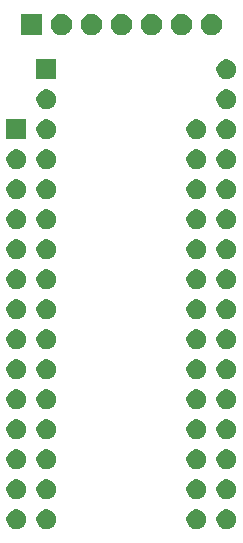
<source format=gbr>
G04 #@! TF.GenerationSoftware,KiCad,Pcbnew,(5.1.5)-3*
G04 #@! TF.CreationDate,2020-05-12T21:47:34-04:00*
G04 #@! TF.ProjectId,27xxx_to_27c080,32377878-785f-4746-9f5f-323763303830,rev?*
G04 #@! TF.SameCoordinates,Original*
G04 #@! TF.FileFunction,Soldermask,Top*
G04 #@! TF.FilePolarity,Negative*
%FSLAX46Y46*%
G04 Gerber Fmt 4.6, Leading zero omitted, Abs format (unit mm)*
G04 Created by KiCad (PCBNEW (5.1.5)-3) date 2020-05-12 21:47:34*
%MOMM*%
%LPD*%
G04 APERTURE LIST*
%ADD10C,0.100000*%
G04 APERTURE END LIST*
D10*
G36*
X139948228Y-123641703D02*
G01*
X140103100Y-123705853D01*
X140242481Y-123798985D01*
X140361015Y-123917519D01*
X140454147Y-124056900D01*
X140518297Y-124211772D01*
X140551000Y-124376184D01*
X140551000Y-124543816D01*
X140518297Y-124708228D01*
X140454147Y-124863100D01*
X140361015Y-125002481D01*
X140242481Y-125121015D01*
X140103100Y-125214147D01*
X139948228Y-125278297D01*
X139783816Y-125311000D01*
X139616184Y-125311000D01*
X139451772Y-125278297D01*
X139296900Y-125214147D01*
X139157519Y-125121015D01*
X139038985Y-125002481D01*
X138945853Y-124863100D01*
X138881703Y-124708228D01*
X138849000Y-124543816D01*
X138849000Y-124376184D01*
X138881703Y-124211772D01*
X138945853Y-124056900D01*
X139038985Y-123917519D01*
X139157519Y-123798985D01*
X139296900Y-123705853D01*
X139451772Y-123641703D01*
X139616184Y-123609000D01*
X139783816Y-123609000D01*
X139948228Y-123641703D01*
G37*
G36*
X152648228Y-123641703D02*
G01*
X152803100Y-123705853D01*
X152942481Y-123798985D01*
X153061015Y-123917519D01*
X153154147Y-124056900D01*
X153218297Y-124211772D01*
X153251000Y-124376184D01*
X153251000Y-124543816D01*
X153218297Y-124708228D01*
X153154147Y-124863100D01*
X153061015Y-125002481D01*
X152942481Y-125121015D01*
X152803100Y-125214147D01*
X152648228Y-125278297D01*
X152483816Y-125311000D01*
X152316184Y-125311000D01*
X152151772Y-125278297D01*
X151996900Y-125214147D01*
X151857519Y-125121015D01*
X151738985Y-125002481D01*
X151645853Y-124863100D01*
X151581703Y-124708228D01*
X151549000Y-124543816D01*
X151549000Y-124376184D01*
X151581703Y-124211772D01*
X151645853Y-124056900D01*
X151738985Y-123917519D01*
X151857519Y-123798985D01*
X151996900Y-123705853D01*
X152151772Y-123641703D01*
X152316184Y-123609000D01*
X152483816Y-123609000D01*
X152648228Y-123641703D01*
G37*
G36*
X137408228Y-123641703D02*
G01*
X137563100Y-123705853D01*
X137702481Y-123798985D01*
X137821015Y-123917519D01*
X137914147Y-124056900D01*
X137978297Y-124211772D01*
X138011000Y-124376184D01*
X138011000Y-124543816D01*
X137978297Y-124708228D01*
X137914147Y-124863100D01*
X137821015Y-125002481D01*
X137702481Y-125121015D01*
X137563100Y-125214147D01*
X137408228Y-125278297D01*
X137243816Y-125311000D01*
X137076184Y-125311000D01*
X136911772Y-125278297D01*
X136756900Y-125214147D01*
X136617519Y-125121015D01*
X136498985Y-125002481D01*
X136405853Y-124863100D01*
X136341703Y-124708228D01*
X136309000Y-124543816D01*
X136309000Y-124376184D01*
X136341703Y-124211772D01*
X136405853Y-124056900D01*
X136498985Y-123917519D01*
X136617519Y-123798985D01*
X136756900Y-123705853D01*
X136911772Y-123641703D01*
X137076184Y-123609000D01*
X137243816Y-123609000D01*
X137408228Y-123641703D01*
G37*
G36*
X155188228Y-123641703D02*
G01*
X155343100Y-123705853D01*
X155482481Y-123798985D01*
X155601015Y-123917519D01*
X155694147Y-124056900D01*
X155758297Y-124211772D01*
X155791000Y-124376184D01*
X155791000Y-124543816D01*
X155758297Y-124708228D01*
X155694147Y-124863100D01*
X155601015Y-125002481D01*
X155482481Y-125121015D01*
X155343100Y-125214147D01*
X155188228Y-125278297D01*
X155023816Y-125311000D01*
X154856184Y-125311000D01*
X154691772Y-125278297D01*
X154536900Y-125214147D01*
X154397519Y-125121015D01*
X154278985Y-125002481D01*
X154185853Y-124863100D01*
X154121703Y-124708228D01*
X154089000Y-124543816D01*
X154089000Y-124376184D01*
X154121703Y-124211772D01*
X154185853Y-124056900D01*
X154278985Y-123917519D01*
X154397519Y-123798985D01*
X154536900Y-123705853D01*
X154691772Y-123641703D01*
X154856184Y-123609000D01*
X155023816Y-123609000D01*
X155188228Y-123641703D01*
G37*
G36*
X137408228Y-121101703D02*
G01*
X137563100Y-121165853D01*
X137702481Y-121258985D01*
X137821015Y-121377519D01*
X137914147Y-121516900D01*
X137978297Y-121671772D01*
X138011000Y-121836184D01*
X138011000Y-122003816D01*
X137978297Y-122168228D01*
X137914147Y-122323100D01*
X137821015Y-122462481D01*
X137702481Y-122581015D01*
X137563100Y-122674147D01*
X137408228Y-122738297D01*
X137243816Y-122771000D01*
X137076184Y-122771000D01*
X136911772Y-122738297D01*
X136756900Y-122674147D01*
X136617519Y-122581015D01*
X136498985Y-122462481D01*
X136405853Y-122323100D01*
X136341703Y-122168228D01*
X136309000Y-122003816D01*
X136309000Y-121836184D01*
X136341703Y-121671772D01*
X136405853Y-121516900D01*
X136498985Y-121377519D01*
X136617519Y-121258985D01*
X136756900Y-121165853D01*
X136911772Y-121101703D01*
X137076184Y-121069000D01*
X137243816Y-121069000D01*
X137408228Y-121101703D01*
G37*
G36*
X139948228Y-121101703D02*
G01*
X140103100Y-121165853D01*
X140242481Y-121258985D01*
X140361015Y-121377519D01*
X140454147Y-121516900D01*
X140518297Y-121671772D01*
X140551000Y-121836184D01*
X140551000Y-122003816D01*
X140518297Y-122168228D01*
X140454147Y-122323100D01*
X140361015Y-122462481D01*
X140242481Y-122581015D01*
X140103100Y-122674147D01*
X139948228Y-122738297D01*
X139783816Y-122771000D01*
X139616184Y-122771000D01*
X139451772Y-122738297D01*
X139296900Y-122674147D01*
X139157519Y-122581015D01*
X139038985Y-122462481D01*
X138945853Y-122323100D01*
X138881703Y-122168228D01*
X138849000Y-122003816D01*
X138849000Y-121836184D01*
X138881703Y-121671772D01*
X138945853Y-121516900D01*
X139038985Y-121377519D01*
X139157519Y-121258985D01*
X139296900Y-121165853D01*
X139451772Y-121101703D01*
X139616184Y-121069000D01*
X139783816Y-121069000D01*
X139948228Y-121101703D01*
G37*
G36*
X155188228Y-121101703D02*
G01*
X155343100Y-121165853D01*
X155482481Y-121258985D01*
X155601015Y-121377519D01*
X155694147Y-121516900D01*
X155758297Y-121671772D01*
X155791000Y-121836184D01*
X155791000Y-122003816D01*
X155758297Y-122168228D01*
X155694147Y-122323100D01*
X155601015Y-122462481D01*
X155482481Y-122581015D01*
X155343100Y-122674147D01*
X155188228Y-122738297D01*
X155023816Y-122771000D01*
X154856184Y-122771000D01*
X154691772Y-122738297D01*
X154536900Y-122674147D01*
X154397519Y-122581015D01*
X154278985Y-122462481D01*
X154185853Y-122323100D01*
X154121703Y-122168228D01*
X154089000Y-122003816D01*
X154089000Y-121836184D01*
X154121703Y-121671772D01*
X154185853Y-121516900D01*
X154278985Y-121377519D01*
X154397519Y-121258985D01*
X154536900Y-121165853D01*
X154691772Y-121101703D01*
X154856184Y-121069000D01*
X155023816Y-121069000D01*
X155188228Y-121101703D01*
G37*
G36*
X152648228Y-121101703D02*
G01*
X152803100Y-121165853D01*
X152942481Y-121258985D01*
X153061015Y-121377519D01*
X153154147Y-121516900D01*
X153218297Y-121671772D01*
X153251000Y-121836184D01*
X153251000Y-122003816D01*
X153218297Y-122168228D01*
X153154147Y-122323100D01*
X153061015Y-122462481D01*
X152942481Y-122581015D01*
X152803100Y-122674147D01*
X152648228Y-122738297D01*
X152483816Y-122771000D01*
X152316184Y-122771000D01*
X152151772Y-122738297D01*
X151996900Y-122674147D01*
X151857519Y-122581015D01*
X151738985Y-122462481D01*
X151645853Y-122323100D01*
X151581703Y-122168228D01*
X151549000Y-122003816D01*
X151549000Y-121836184D01*
X151581703Y-121671772D01*
X151645853Y-121516900D01*
X151738985Y-121377519D01*
X151857519Y-121258985D01*
X151996900Y-121165853D01*
X152151772Y-121101703D01*
X152316184Y-121069000D01*
X152483816Y-121069000D01*
X152648228Y-121101703D01*
G37*
G36*
X155188228Y-118561703D02*
G01*
X155343100Y-118625853D01*
X155482481Y-118718985D01*
X155601015Y-118837519D01*
X155694147Y-118976900D01*
X155758297Y-119131772D01*
X155791000Y-119296184D01*
X155791000Y-119463816D01*
X155758297Y-119628228D01*
X155694147Y-119783100D01*
X155601015Y-119922481D01*
X155482481Y-120041015D01*
X155343100Y-120134147D01*
X155188228Y-120198297D01*
X155023816Y-120231000D01*
X154856184Y-120231000D01*
X154691772Y-120198297D01*
X154536900Y-120134147D01*
X154397519Y-120041015D01*
X154278985Y-119922481D01*
X154185853Y-119783100D01*
X154121703Y-119628228D01*
X154089000Y-119463816D01*
X154089000Y-119296184D01*
X154121703Y-119131772D01*
X154185853Y-118976900D01*
X154278985Y-118837519D01*
X154397519Y-118718985D01*
X154536900Y-118625853D01*
X154691772Y-118561703D01*
X154856184Y-118529000D01*
X155023816Y-118529000D01*
X155188228Y-118561703D01*
G37*
G36*
X137408228Y-118561703D02*
G01*
X137563100Y-118625853D01*
X137702481Y-118718985D01*
X137821015Y-118837519D01*
X137914147Y-118976900D01*
X137978297Y-119131772D01*
X138011000Y-119296184D01*
X138011000Y-119463816D01*
X137978297Y-119628228D01*
X137914147Y-119783100D01*
X137821015Y-119922481D01*
X137702481Y-120041015D01*
X137563100Y-120134147D01*
X137408228Y-120198297D01*
X137243816Y-120231000D01*
X137076184Y-120231000D01*
X136911772Y-120198297D01*
X136756900Y-120134147D01*
X136617519Y-120041015D01*
X136498985Y-119922481D01*
X136405853Y-119783100D01*
X136341703Y-119628228D01*
X136309000Y-119463816D01*
X136309000Y-119296184D01*
X136341703Y-119131772D01*
X136405853Y-118976900D01*
X136498985Y-118837519D01*
X136617519Y-118718985D01*
X136756900Y-118625853D01*
X136911772Y-118561703D01*
X137076184Y-118529000D01*
X137243816Y-118529000D01*
X137408228Y-118561703D01*
G37*
G36*
X139948228Y-118561703D02*
G01*
X140103100Y-118625853D01*
X140242481Y-118718985D01*
X140361015Y-118837519D01*
X140454147Y-118976900D01*
X140518297Y-119131772D01*
X140551000Y-119296184D01*
X140551000Y-119463816D01*
X140518297Y-119628228D01*
X140454147Y-119783100D01*
X140361015Y-119922481D01*
X140242481Y-120041015D01*
X140103100Y-120134147D01*
X139948228Y-120198297D01*
X139783816Y-120231000D01*
X139616184Y-120231000D01*
X139451772Y-120198297D01*
X139296900Y-120134147D01*
X139157519Y-120041015D01*
X139038985Y-119922481D01*
X138945853Y-119783100D01*
X138881703Y-119628228D01*
X138849000Y-119463816D01*
X138849000Y-119296184D01*
X138881703Y-119131772D01*
X138945853Y-118976900D01*
X139038985Y-118837519D01*
X139157519Y-118718985D01*
X139296900Y-118625853D01*
X139451772Y-118561703D01*
X139616184Y-118529000D01*
X139783816Y-118529000D01*
X139948228Y-118561703D01*
G37*
G36*
X152648228Y-118561703D02*
G01*
X152803100Y-118625853D01*
X152942481Y-118718985D01*
X153061015Y-118837519D01*
X153154147Y-118976900D01*
X153218297Y-119131772D01*
X153251000Y-119296184D01*
X153251000Y-119463816D01*
X153218297Y-119628228D01*
X153154147Y-119783100D01*
X153061015Y-119922481D01*
X152942481Y-120041015D01*
X152803100Y-120134147D01*
X152648228Y-120198297D01*
X152483816Y-120231000D01*
X152316184Y-120231000D01*
X152151772Y-120198297D01*
X151996900Y-120134147D01*
X151857519Y-120041015D01*
X151738985Y-119922481D01*
X151645853Y-119783100D01*
X151581703Y-119628228D01*
X151549000Y-119463816D01*
X151549000Y-119296184D01*
X151581703Y-119131772D01*
X151645853Y-118976900D01*
X151738985Y-118837519D01*
X151857519Y-118718985D01*
X151996900Y-118625853D01*
X152151772Y-118561703D01*
X152316184Y-118529000D01*
X152483816Y-118529000D01*
X152648228Y-118561703D01*
G37*
G36*
X137408228Y-116021703D02*
G01*
X137563100Y-116085853D01*
X137702481Y-116178985D01*
X137821015Y-116297519D01*
X137914147Y-116436900D01*
X137978297Y-116591772D01*
X138011000Y-116756184D01*
X138011000Y-116923816D01*
X137978297Y-117088228D01*
X137914147Y-117243100D01*
X137821015Y-117382481D01*
X137702481Y-117501015D01*
X137563100Y-117594147D01*
X137408228Y-117658297D01*
X137243816Y-117691000D01*
X137076184Y-117691000D01*
X136911772Y-117658297D01*
X136756900Y-117594147D01*
X136617519Y-117501015D01*
X136498985Y-117382481D01*
X136405853Y-117243100D01*
X136341703Y-117088228D01*
X136309000Y-116923816D01*
X136309000Y-116756184D01*
X136341703Y-116591772D01*
X136405853Y-116436900D01*
X136498985Y-116297519D01*
X136617519Y-116178985D01*
X136756900Y-116085853D01*
X136911772Y-116021703D01*
X137076184Y-115989000D01*
X137243816Y-115989000D01*
X137408228Y-116021703D01*
G37*
G36*
X155188228Y-116021703D02*
G01*
X155343100Y-116085853D01*
X155482481Y-116178985D01*
X155601015Y-116297519D01*
X155694147Y-116436900D01*
X155758297Y-116591772D01*
X155791000Y-116756184D01*
X155791000Y-116923816D01*
X155758297Y-117088228D01*
X155694147Y-117243100D01*
X155601015Y-117382481D01*
X155482481Y-117501015D01*
X155343100Y-117594147D01*
X155188228Y-117658297D01*
X155023816Y-117691000D01*
X154856184Y-117691000D01*
X154691772Y-117658297D01*
X154536900Y-117594147D01*
X154397519Y-117501015D01*
X154278985Y-117382481D01*
X154185853Y-117243100D01*
X154121703Y-117088228D01*
X154089000Y-116923816D01*
X154089000Y-116756184D01*
X154121703Y-116591772D01*
X154185853Y-116436900D01*
X154278985Y-116297519D01*
X154397519Y-116178985D01*
X154536900Y-116085853D01*
X154691772Y-116021703D01*
X154856184Y-115989000D01*
X155023816Y-115989000D01*
X155188228Y-116021703D01*
G37*
G36*
X139948228Y-116021703D02*
G01*
X140103100Y-116085853D01*
X140242481Y-116178985D01*
X140361015Y-116297519D01*
X140454147Y-116436900D01*
X140518297Y-116591772D01*
X140551000Y-116756184D01*
X140551000Y-116923816D01*
X140518297Y-117088228D01*
X140454147Y-117243100D01*
X140361015Y-117382481D01*
X140242481Y-117501015D01*
X140103100Y-117594147D01*
X139948228Y-117658297D01*
X139783816Y-117691000D01*
X139616184Y-117691000D01*
X139451772Y-117658297D01*
X139296900Y-117594147D01*
X139157519Y-117501015D01*
X139038985Y-117382481D01*
X138945853Y-117243100D01*
X138881703Y-117088228D01*
X138849000Y-116923816D01*
X138849000Y-116756184D01*
X138881703Y-116591772D01*
X138945853Y-116436900D01*
X139038985Y-116297519D01*
X139157519Y-116178985D01*
X139296900Y-116085853D01*
X139451772Y-116021703D01*
X139616184Y-115989000D01*
X139783816Y-115989000D01*
X139948228Y-116021703D01*
G37*
G36*
X152648228Y-116021703D02*
G01*
X152803100Y-116085853D01*
X152942481Y-116178985D01*
X153061015Y-116297519D01*
X153154147Y-116436900D01*
X153218297Y-116591772D01*
X153251000Y-116756184D01*
X153251000Y-116923816D01*
X153218297Y-117088228D01*
X153154147Y-117243100D01*
X153061015Y-117382481D01*
X152942481Y-117501015D01*
X152803100Y-117594147D01*
X152648228Y-117658297D01*
X152483816Y-117691000D01*
X152316184Y-117691000D01*
X152151772Y-117658297D01*
X151996900Y-117594147D01*
X151857519Y-117501015D01*
X151738985Y-117382481D01*
X151645853Y-117243100D01*
X151581703Y-117088228D01*
X151549000Y-116923816D01*
X151549000Y-116756184D01*
X151581703Y-116591772D01*
X151645853Y-116436900D01*
X151738985Y-116297519D01*
X151857519Y-116178985D01*
X151996900Y-116085853D01*
X152151772Y-116021703D01*
X152316184Y-115989000D01*
X152483816Y-115989000D01*
X152648228Y-116021703D01*
G37*
G36*
X139948228Y-113481703D02*
G01*
X140103100Y-113545853D01*
X140242481Y-113638985D01*
X140361015Y-113757519D01*
X140454147Y-113896900D01*
X140518297Y-114051772D01*
X140551000Y-114216184D01*
X140551000Y-114383816D01*
X140518297Y-114548228D01*
X140454147Y-114703100D01*
X140361015Y-114842481D01*
X140242481Y-114961015D01*
X140103100Y-115054147D01*
X139948228Y-115118297D01*
X139783816Y-115151000D01*
X139616184Y-115151000D01*
X139451772Y-115118297D01*
X139296900Y-115054147D01*
X139157519Y-114961015D01*
X139038985Y-114842481D01*
X138945853Y-114703100D01*
X138881703Y-114548228D01*
X138849000Y-114383816D01*
X138849000Y-114216184D01*
X138881703Y-114051772D01*
X138945853Y-113896900D01*
X139038985Y-113757519D01*
X139157519Y-113638985D01*
X139296900Y-113545853D01*
X139451772Y-113481703D01*
X139616184Y-113449000D01*
X139783816Y-113449000D01*
X139948228Y-113481703D01*
G37*
G36*
X137408228Y-113481703D02*
G01*
X137563100Y-113545853D01*
X137702481Y-113638985D01*
X137821015Y-113757519D01*
X137914147Y-113896900D01*
X137978297Y-114051772D01*
X138011000Y-114216184D01*
X138011000Y-114383816D01*
X137978297Y-114548228D01*
X137914147Y-114703100D01*
X137821015Y-114842481D01*
X137702481Y-114961015D01*
X137563100Y-115054147D01*
X137408228Y-115118297D01*
X137243816Y-115151000D01*
X137076184Y-115151000D01*
X136911772Y-115118297D01*
X136756900Y-115054147D01*
X136617519Y-114961015D01*
X136498985Y-114842481D01*
X136405853Y-114703100D01*
X136341703Y-114548228D01*
X136309000Y-114383816D01*
X136309000Y-114216184D01*
X136341703Y-114051772D01*
X136405853Y-113896900D01*
X136498985Y-113757519D01*
X136617519Y-113638985D01*
X136756900Y-113545853D01*
X136911772Y-113481703D01*
X137076184Y-113449000D01*
X137243816Y-113449000D01*
X137408228Y-113481703D01*
G37*
G36*
X155188228Y-113481703D02*
G01*
X155343100Y-113545853D01*
X155482481Y-113638985D01*
X155601015Y-113757519D01*
X155694147Y-113896900D01*
X155758297Y-114051772D01*
X155791000Y-114216184D01*
X155791000Y-114383816D01*
X155758297Y-114548228D01*
X155694147Y-114703100D01*
X155601015Y-114842481D01*
X155482481Y-114961015D01*
X155343100Y-115054147D01*
X155188228Y-115118297D01*
X155023816Y-115151000D01*
X154856184Y-115151000D01*
X154691772Y-115118297D01*
X154536900Y-115054147D01*
X154397519Y-114961015D01*
X154278985Y-114842481D01*
X154185853Y-114703100D01*
X154121703Y-114548228D01*
X154089000Y-114383816D01*
X154089000Y-114216184D01*
X154121703Y-114051772D01*
X154185853Y-113896900D01*
X154278985Y-113757519D01*
X154397519Y-113638985D01*
X154536900Y-113545853D01*
X154691772Y-113481703D01*
X154856184Y-113449000D01*
X155023816Y-113449000D01*
X155188228Y-113481703D01*
G37*
G36*
X152648228Y-113481703D02*
G01*
X152803100Y-113545853D01*
X152942481Y-113638985D01*
X153061015Y-113757519D01*
X153154147Y-113896900D01*
X153218297Y-114051772D01*
X153251000Y-114216184D01*
X153251000Y-114383816D01*
X153218297Y-114548228D01*
X153154147Y-114703100D01*
X153061015Y-114842481D01*
X152942481Y-114961015D01*
X152803100Y-115054147D01*
X152648228Y-115118297D01*
X152483816Y-115151000D01*
X152316184Y-115151000D01*
X152151772Y-115118297D01*
X151996900Y-115054147D01*
X151857519Y-114961015D01*
X151738985Y-114842481D01*
X151645853Y-114703100D01*
X151581703Y-114548228D01*
X151549000Y-114383816D01*
X151549000Y-114216184D01*
X151581703Y-114051772D01*
X151645853Y-113896900D01*
X151738985Y-113757519D01*
X151857519Y-113638985D01*
X151996900Y-113545853D01*
X152151772Y-113481703D01*
X152316184Y-113449000D01*
X152483816Y-113449000D01*
X152648228Y-113481703D01*
G37*
G36*
X152648228Y-110941703D02*
G01*
X152803100Y-111005853D01*
X152942481Y-111098985D01*
X153061015Y-111217519D01*
X153154147Y-111356900D01*
X153218297Y-111511772D01*
X153251000Y-111676184D01*
X153251000Y-111843816D01*
X153218297Y-112008228D01*
X153154147Y-112163100D01*
X153061015Y-112302481D01*
X152942481Y-112421015D01*
X152803100Y-112514147D01*
X152648228Y-112578297D01*
X152483816Y-112611000D01*
X152316184Y-112611000D01*
X152151772Y-112578297D01*
X151996900Y-112514147D01*
X151857519Y-112421015D01*
X151738985Y-112302481D01*
X151645853Y-112163100D01*
X151581703Y-112008228D01*
X151549000Y-111843816D01*
X151549000Y-111676184D01*
X151581703Y-111511772D01*
X151645853Y-111356900D01*
X151738985Y-111217519D01*
X151857519Y-111098985D01*
X151996900Y-111005853D01*
X152151772Y-110941703D01*
X152316184Y-110909000D01*
X152483816Y-110909000D01*
X152648228Y-110941703D01*
G37*
G36*
X139948228Y-110941703D02*
G01*
X140103100Y-111005853D01*
X140242481Y-111098985D01*
X140361015Y-111217519D01*
X140454147Y-111356900D01*
X140518297Y-111511772D01*
X140551000Y-111676184D01*
X140551000Y-111843816D01*
X140518297Y-112008228D01*
X140454147Y-112163100D01*
X140361015Y-112302481D01*
X140242481Y-112421015D01*
X140103100Y-112514147D01*
X139948228Y-112578297D01*
X139783816Y-112611000D01*
X139616184Y-112611000D01*
X139451772Y-112578297D01*
X139296900Y-112514147D01*
X139157519Y-112421015D01*
X139038985Y-112302481D01*
X138945853Y-112163100D01*
X138881703Y-112008228D01*
X138849000Y-111843816D01*
X138849000Y-111676184D01*
X138881703Y-111511772D01*
X138945853Y-111356900D01*
X139038985Y-111217519D01*
X139157519Y-111098985D01*
X139296900Y-111005853D01*
X139451772Y-110941703D01*
X139616184Y-110909000D01*
X139783816Y-110909000D01*
X139948228Y-110941703D01*
G37*
G36*
X137408228Y-110941703D02*
G01*
X137563100Y-111005853D01*
X137702481Y-111098985D01*
X137821015Y-111217519D01*
X137914147Y-111356900D01*
X137978297Y-111511772D01*
X138011000Y-111676184D01*
X138011000Y-111843816D01*
X137978297Y-112008228D01*
X137914147Y-112163100D01*
X137821015Y-112302481D01*
X137702481Y-112421015D01*
X137563100Y-112514147D01*
X137408228Y-112578297D01*
X137243816Y-112611000D01*
X137076184Y-112611000D01*
X136911772Y-112578297D01*
X136756900Y-112514147D01*
X136617519Y-112421015D01*
X136498985Y-112302481D01*
X136405853Y-112163100D01*
X136341703Y-112008228D01*
X136309000Y-111843816D01*
X136309000Y-111676184D01*
X136341703Y-111511772D01*
X136405853Y-111356900D01*
X136498985Y-111217519D01*
X136617519Y-111098985D01*
X136756900Y-111005853D01*
X136911772Y-110941703D01*
X137076184Y-110909000D01*
X137243816Y-110909000D01*
X137408228Y-110941703D01*
G37*
G36*
X155188228Y-110941703D02*
G01*
X155343100Y-111005853D01*
X155482481Y-111098985D01*
X155601015Y-111217519D01*
X155694147Y-111356900D01*
X155758297Y-111511772D01*
X155791000Y-111676184D01*
X155791000Y-111843816D01*
X155758297Y-112008228D01*
X155694147Y-112163100D01*
X155601015Y-112302481D01*
X155482481Y-112421015D01*
X155343100Y-112514147D01*
X155188228Y-112578297D01*
X155023816Y-112611000D01*
X154856184Y-112611000D01*
X154691772Y-112578297D01*
X154536900Y-112514147D01*
X154397519Y-112421015D01*
X154278985Y-112302481D01*
X154185853Y-112163100D01*
X154121703Y-112008228D01*
X154089000Y-111843816D01*
X154089000Y-111676184D01*
X154121703Y-111511772D01*
X154185853Y-111356900D01*
X154278985Y-111217519D01*
X154397519Y-111098985D01*
X154536900Y-111005853D01*
X154691772Y-110941703D01*
X154856184Y-110909000D01*
X155023816Y-110909000D01*
X155188228Y-110941703D01*
G37*
G36*
X137408228Y-108401703D02*
G01*
X137563100Y-108465853D01*
X137702481Y-108558985D01*
X137821015Y-108677519D01*
X137914147Y-108816900D01*
X137978297Y-108971772D01*
X138011000Y-109136184D01*
X138011000Y-109303816D01*
X137978297Y-109468228D01*
X137914147Y-109623100D01*
X137821015Y-109762481D01*
X137702481Y-109881015D01*
X137563100Y-109974147D01*
X137408228Y-110038297D01*
X137243816Y-110071000D01*
X137076184Y-110071000D01*
X136911772Y-110038297D01*
X136756900Y-109974147D01*
X136617519Y-109881015D01*
X136498985Y-109762481D01*
X136405853Y-109623100D01*
X136341703Y-109468228D01*
X136309000Y-109303816D01*
X136309000Y-109136184D01*
X136341703Y-108971772D01*
X136405853Y-108816900D01*
X136498985Y-108677519D01*
X136617519Y-108558985D01*
X136756900Y-108465853D01*
X136911772Y-108401703D01*
X137076184Y-108369000D01*
X137243816Y-108369000D01*
X137408228Y-108401703D01*
G37*
G36*
X155188228Y-108401703D02*
G01*
X155343100Y-108465853D01*
X155482481Y-108558985D01*
X155601015Y-108677519D01*
X155694147Y-108816900D01*
X155758297Y-108971772D01*
X155791000Y-109136184D01*
X155791000Y-109303816D01*
X155758297Y-109468228D01*
X155694147Y-109623100D01*
X155601015Y-109762481D01*
X155482481Y-109881015D01*
X155343100Y-109974147D01*
X155188228Y-110038297D01*
X155023816Y-110071000D01*
X154856184Y-110071000D01*
X154691772Y-110038297D01*
X154536900Y-109974147D01*
X154397519Y-109881015D01*
X154278985Y-109762481D01*
X154185853Y-109623100D01*
X154121703Y-109468228D01*
X154089000Y-109303816D01*
X154089000Y-109136184D01*
X154121703Y-108971772D01*
X154185853Y-108816900D01*
X154278985Y-108677519D01*
X154397519Y-108558985D01*
X154536900Y-108465853D01*
X154691772Y-108401703D01*
X154856184Y-108369000D01*
X155023816Y-108369000D01*
X155188228Y-108401703D01*
G37*
G36*
X152648228Y-108401703D02*
G01*
X152803100Y-108465853D01*
X152942481Y-108558985D01*
X153061015Y-108677519D01*
X153154147Y-108816900D01*
X153218297Y-108971772D01*
X153251000Y-109136184D01*
X153251000Y-109303816D01*
X153218297Y-109468228D01*
X153154147Y-109623100D01*
X153061015Y-109762481D01*
X152942481Y-109881015D01*
X152803100Y-109974147D01*
X152648228Y-110038297D01*
X152483816Y-110071000D01*
X152316184Y-110071000D01*
X152151772Y-110038297D01*
X151996900Y-109974147D01*
X151857519Y-109881015D01*
X151738985Y-109762481D01*
X151645853Y-109623100D01*
X151581703Y-109468228D01*
X151549000Y-109303816D01*
X151549000Y-109136184D01*
X151581703Y-108971772D01*
X151645853Y-108816900D01*
X151738985Y-108677519D01*
X151857519Y-108558985D01*
X151996900Y-108465853D01*
X152151772Y-108401703D01*
X152316184Y-108369000D01*
X152483816Y-108369000D01*
X152648228Y-108401703D01*
G37*
G36*
X139948228Y-108401703D02*
G01*
X140103100Y-108465853D01*
X140242481Y-108558985D01*
X140361015Y-108677519D01*
X140454147Y-108816900D01*
X140518297Y-108971772D01*
X140551000Y-109136184D01*
X140551000Y-109303816D01*
X140518297Y-109468228D01*
X140454147Y-109623100D01*
X140361015Y-109762481D01*
X140242481Y-109881015D01*
X140103100Y-109974147D01*
X139948228Y-110038297D01*
X139783816Y-110071000D01*
X139616184Y-110071000D01*
X139451772Y-110038297D01*
X139296900Y-109974147D01*
X139157519Y-109881015D01*
X139038985Y-109762481D01*
X138945853Y-109623100D01*
X138881703Y-109468228D01*
X138849000Y-109303816D01*
X138849000Y-109136184D01*
X138881703Y-108971772D01*
X138945853Y-108816900D01*
X139038985Y-108677519D01*
X139157519Y-108558985D01*
X139296900Y-108465853D01*
X139451772Y-108401703D01*
X139616184Y-108369000D01*
X139783816Y-108369000D01*
X139948228Y-108401703D01*
G37*
G36*
X139948228Y-105861703D02*
G01*
X140103100Y-105925853D01*
X140242481Y-106018985D01*
X140361015Y-106137519D01*
X140454147Y-106276900D01*
X140518297Y-106431772D01*
X140551000Y-106596184D01*
X140551000Y-106763816D01*
X140518297Y-106928228D01*
X140454147Y-107083100D01*
X140361015Y-107222481D01*
X140242481Y-107341015D01*
X140103100Y-107434147D01*
X139948228Y-107498297D01*
X139783816Y-107531000D01*
X139616184Y-107531000D01*
X139451772Y-107498297D01*
X139296900Y-107434147D01*
X139157519Y-107341015D01*
X139038985Y-107222481D01*
X138945853Y-107083100D01*
X138881703Y-106928228D01*
X138849000Y-106763816D01*
X138849000Y-106596184D01*
X138881703Y-106431772D01*
X138945853Y-106276900D01*
X139038985Y-106137519D01*
X139157519Y-106018985D01*
X139296900Y-105925853D01*
X139451772Y-105861703D01*
X139616184Y-105829000D01*
X139783816Y-105829000D01*
X139948228Y-105861703D01*
G37*
G36*
X155188228Y-105861703D02*
G01*
X155343100Y-105925853D01*
X155482481Y-106018985D01*
X155601015Y-106137519D01*
X155694147Y-106276900D01*
X155758297Y-106431772D01*
X155791000Y-106596184D01*
X155791000Y-106763816D01*
X155758297Y-106928228D01*
X155694147Y-107083100D01*
X155601015Y-107222481D01*
X155482481Y-107341015D01*
X155343100Y-107434147D01*
X155188228Y-107498297D01*
X155023816Y-107531000D01*
X154856184Y-107531000D01*
X154691772Y-107498297D01*
X154536900Y-107434147D01*
X154397519Y-107341015D01*
X154278985Y-107222481D01*
X154185853Y-107083100D01*
X154121703Y-106928228D01*
X154089000Y-106763816D01*
X154089000Y-106596184D01*
X154121703Y-106431772D01*
X154185853Y-106276900D01*
X154278985Y-106137519D01*
X154397519Y-106018985D01*
X154536900Y-105925853D01*
X154691772Y-105861703D01*
X154856184Y-105829000D01*
X155023816Y-105829000D01*
X155188228Y-105861703D01*
G37*
G36*
X152648228Y-105861703D02*
G01*
X152803100Y-105925853D01*
X152942481Y-106018985D01*
X153061015Y-106137519D01*
X153154147Y-106276900D01*
X153218297Y-106431772D01*
X153251000Y-106596184D01*
X153251000Y-106763816D01*
X153218297Y-106928228D01*
X153154147Y-107083100D01*
X153061015Y-107222481D01*
X152942481Y-107341015D01*
X152803100Y-107434147D01*
X152648228Y-107498297D01*
X152483816Y-107531000D01*
X152316184Y-107531000D01*
X152151772Y-107498297D01*
X151996900Y-107434147D01*
X151857519Y-107341015D01*
X151738985Y-107222481D01*
X151645853Y-107083100D01*
X151581703Y-106928228D01*
X151549000Y-106763816D01*
X151549000Y-106596184D01*
X151581703Y-106431772D01*
X151645853Y-106276900D01*
X151738985Y-106137519D01*
X151857519Y-106018985D01*
X151996900Y-105925853D01*
X152151772Y-105861703D01*
X152316184Y-105829000D01*
X152483816Y-105829000D01*
X152648228Y-105861703D01*
G37*
G36*
X137408228Y-105861703D02*
G01*
X137563100Y-105925853D01*
X137702481Y-106018985D01*
X137821015Y-106137519D01*
X137914147Y-106276900D01*
X137978297Y-106431772D01*
X138011000Y-106596184D01*
X138011000Y-106763816D01*
X137978297Y-106928228D01*
X137914147Y-107083100D01*
X137821015Y-107222481D01*
X137702481Y-107341015D01*
X137563100Y-107434147D01*
X137408228Y-107498297D01*
X137243816Y-107531000D01*
X137076184Y-107531000D01*
X136911772Y-107498297D01*
X136756900Y-107434147D01*
X136617519Y-107341015D01*
X136498985Y-107222481D01*
X136405853Y-107083100D01*
X136341703Y-106928228D01*
X136309000Y-106763816D01*
X136309000Y-106596184D01*
X136341703Y-106431772D01*
X136405853Y-106276900D01*
X136498985Y-106137519D01*
X136617519Y-106018985D01*
X136756900Y-105925853D01*
X136911772Y-105861703D01*
X137076184Y-105829000D01*
X137243816Y-105829000D01*
X137408228Y-105861703D01*
G37*
G36*
X137408228Y-103321703D02*
G01*
X137563100Y-103385853D01*
X137702481Y-103478985D01*
X137821015Y-103597519D01*
X137914147Y-103736900D01*
X137978297Y-103891772D01*
X138011000Y-104056184D01*
X138011000Y-104223816D01*
X137978297Y-104388228D01*
X137914147Y-104543100D01*
X137821015Y-104682481D01*
X137702481Y-104801015D01*
X137563100Y-104894147D01*
X137408228Y-104958297D01*
X137243816Y-104991000D01*
X137076184Y-104991000D01*
X136911772Y-104958297D01*
X136756900Y-104894147D01*
X136617519Y-104801015D01*
X136498985Y-104682481D01*
X136405853Y-104543100D01*
X136341703Y-104388228D01*
X136309000Y-104223816D01*
X136309000Y-104056184D01*
X136341703Y-103891772D01*
X136405853Y-103736900D01*
X136498985Y-103597519D01*
X136617519Y-103478985D01*
X136756900Y-103385853D01*
X136911772Y-103321703D01*
X137076184Y-103289000D01*
X137243816Y-103289000D01*
X137408228Y-103321703D01*
G37*
G36*
X152648228Y-103321703D02*
G01*
X152803100Y-103385853D01*
X152942481Y-103478985D01*
X153061015Y-103597519D01*
X153154147Y-103736900D01*
X153218297Y-103891772D01*
X153251000Y-104056184D01*
X153251000Y-104223816D01*
X153218297Y-104388228D01*
X153154147Y-104543100D01*
X153061015Y-104682481D01*
X152942481Y-104801015D01*
X152803100Y-104894147D01*
X152648228Y-104958297D01*
X152483816Y-104991000D01*
X152316184Y-104991000D01*
X152151772Y-104958297D01*
X151996900Y-104894147D01*
X151857519Y-104801015D01*
X151738985Y-104682481D01*
X151645853Y-104543100D01*
X151581703Y-104388228D01*
X151549000Y-104223816D01*
X151549000Y-104056184D01*
X151581703Y-103891772D01*
X151645853Y-103736900D01*
X151738985Y-103597519D01*
X151857519Y-103478985D01*
X151996900Y-103385853D01*
X152151772Y-103321703D01*
X152316184Y-103289000D01*
X152483816Y-103289000D01*
X152648228Y-103321703D01*
G37*
G36*
X155188228Y-103321703D02*
G01*
X155343100Y-103385853D01*
X155482481Y-103478985D01*
X155601015Y-103597519D01*
X155694147Y-103736900D01*
X155758297Y-103891772D01*
X155791000Y-104056184D01*
X155791000Y-104223816D01*
X155758297Y-104388228D01*
X155694147Y-104543100D01*
X155601015Y-104682481D01*
X155482481Y-104801015D01*
X155343100Y-104894147D01*
X155188228Y-104958297D01*
X155023816Y-104991000D01*
X154856184Y-104991000D01*
X154691772Y-104958297D01*
X154536900Y-104894147D01*
X154397519Y-104801015D01*
X154278985Y-104682481D01*
X154185853Y-104543100D01*
X154121703Y-104388228D01*
X154089000Y-104223816D01*
X154089000Y-104056184D01*
X154121703Y-103891772D01*
X154185853Y-103736900D01*
X154278985Y-103597519D01*
X154397519Y-103478985D01*
X154536900Y-103385853D01*
X154691772Y-103321703D01*
X154856184Y-103289000D01*
X155023816Y-103289000D01*
X155188228Y-103321703D01*
G37*
G36*
X139948228Y-103321703D02*
G01*
X140103100Y-103385853D01*
X140242481Y-103478985D01*
X140361015Y-103597519D01*
X140454147Y-103736900D01*
X140518297Y-103891772D01*
X140551000Y-104056184D01*
X140551000Y-104223816D01*
X140518297Y-104388228D01*
X140454147Y-104543100D01*
X140361015Y-104682481D01*
X140242481Y-104801015D01*
X140103100Y-104894147D01*
X139948228Y-104958297D01*
X139783816Y-104991000D01*
X139616184Y-104991000D01*
X139451772Y-104958297D01*
X139296900Y-104894147D01*
X139157519Y-104801015D01*
X139038985Y-104682481D01*
X138945853Y-104543100D01*
X138881703Y-104388228D01*
X138849000Y-104223816D01*
X138849000Y-104056184D01*
X138881703Y-103891772D01*
X138945853Y-103736900D01*
X139038985Y-103597519D01*
X139157519Y-103478985D01*
X139296900Y-103385853D01*
X139451772Y-103321703D01*
X139616184Y-103289000D01*
X139783816Y-103289000D01*
X139948228Y-103321703D01*
G37*
G36*
X137408228Y-100781703D02*
G01*
X137563100Y-100845853D01*
X137702481Y-100938985D01*
X137821015Y-101057519D01*
X137914147Y-101196900D01*
X137978297Y-101351772D01*
X138011000Y-101516184D01*
X138011000Y-101683816D01*
X137978297Y-101848228D01*
X137914147Y-102003100D01*
X137821015Y-102142481D01*
X137702481Y-102261015D01*
X137563100Y-102354147D01*
X137408228Y-102418297D01*
X137243816Y-102451000D01*
X137076184Y-102451000D01*
X136911772Y-102418297D01*
X136756900Y-102354147D01*
X136617519Y-102261015D01*
X136498985Y-102142481D01*
X136405853Y-102003100D01*
X136341703Y-101848228D01*
X136309000Y-101683816D01*
X136309000Y-101516184D01*
X136341703Y-101351772D01*
X136405853Y-101196900D01*
X136498985Y-101057519D01*
X136617519Y-100938985D01*
X136756900Y-100845853D01*
X136911772Y-100781703D01*
X137076184Y-100749000D01*
X137243816Y-100749000D01*
X137408228Y-100781703D01*
G37*
G36*
X155188228Y-100781703D02*
G01*
X155343100Y-100845853D01*
X155482481Y-100938985D01*
X155601015Y-101057519D01*
X155694147Y-101196900D01*
X155758297Y-101351772D01*
X155791000Y-101516184D01*
X155791000Y-101683816D01*
X155758297Y-101848228D01*
X155694147Y-102003100D01*
X155601015Y-102142481D01*
X155482481Y-102261015D01*
X155343100Y-102354147D01*
X155188228Y-102418297D01*
X155023816Y-102451000D01*
X154856184Y-102451000D01*
X154691772Y-102418297D01*
X154536900Y-102354147D01*
X154397519Y-102261015D01*
X154278985Y-102142481D01*
X154185853Y-102003100D01*
X154121703Y-101848228D01*
X154089000Y-101683816D01*
X154089000Y-101516184D01*
X154121703Y-101351772D01*
X154185853Y-101196900D01*
X154278985Y-101057519D01*
X154397519Y-100938985D01*
X154536900Y-100845853D01*
X154691772Y-100781703D01*
X154856184Y-100749000D01*
X155023816Y-100749000D01*
X155188228Y-100781703D01*
G37*
G36*
X152648228Y-100781703D02*
G01*
X152803100Y-100845853D01*
X152942481Y-100938985D01*
X153061015Y-101057519D01*
X153154147Y-101196900D01*
X153218297Y-101351772D01*
X153251000Y-101516184D01*
X153251000Y-101683816D01*
X153218297Y-101848228D01*
X153154147Y-102003100D01*
X153061015Y-102142481D01*
X152942481Y-102261015D01*
X152803100Y-102354147D01*
X152648228Y-102418297D01*
X152483816Y-102451000D01*
X152316184Y-102451000D01*
X152151772Y-102418297D01*
X151996900Y-102354147D01*
X151857519Y-102261015D01*
X151738985Y-102142481D01*
X151645853Y-102003100D01*
X151581703Y-101848228D01*
X151549000Y-101683816D01*
X151549000Y-101516184D01*
X151581703Y-101351772D01*
X151645853Y-101196900D01*
X151738985Y-101057519D01*
X151857519Y-100938985D01*
X151996900Y-100845853D01*
X152151772Y-100781703D01*
X152316184Y-100749000D01*
X152483816Y-100749000D01*
X152648228Y-100781703D01*
G37*
G36*
X139948228Y-100781703D02*
G01*
X140103100Y-100845853D01*
X140242481Y-100938985D01*
X140361015Y-101057519D01*
X140454147Y-101196900D01*
X140518297Y-101351772D01*
X140551000Y-101516184D01*
X140551000Y-101683816D01*
X140518297Y-101848228D01*
X140454147Y-102003100D01*
X140361015Y-102142481D01*
X140242481Y-102261015D01*
X140103100Y-102354147D01*
X139948228Y-102418297D01*
X139783816Y-102451000D01*
X139616184Y-102451000D01*
X139451772Y-102418297D01*
X139296900Y-102354147D01*
X139157519Y-102261015D01*
X139038985Y-102142481D01*
X138945853Y-102003100D01*
X138881703Y-101848228D01*
X138849000Y-101683816D01*
X138849000Y-101516184D01*
X138881703Y-101351772D01*
X138945853Y-101196900D01*
X139038985Y-101057519D01*
X139157519Y-100938985D01*
X139296900Y-100845853D01*
X139451772Y-100781703D01*
X139616184Y-100749000D01*
X139783816Y-100749000D01*
X139948228Y-100781703D01*
G37*
G36*
X152648228Y-98241703D02*
G01*
X152803100Y-98305853D01*
X152942481Y-98398985D01*
X153061015Y-98517519D01*
X153154147Y-98656900D01*
X153218297Y-98811772D01*
X153251000Y-98976184D01*
X153251000Y-99143816D01*
X153218297Y-99308228D01*
X153154147Y-99463100D01*
X153061015Y-99602481D01*
X152942481Y-99721015D01*
X152803100Y-99814147D01*
X152648228Y-99878297D01*
X152483816Y-99911000D01*
X152316184Y-99911000D01*
X152151772Y-99878297D01*
X151996900Y-99814147D01*
X151857519Y-99721015D01*
X151738985Y-99602481D01*
X151645853Y-99463100D01*
X151581703Y-99308228D01*
X151549000Y-99143816D01*
X151549000Y-98976184D01*
X151581703Y-98811772D01*
X151645853Y-98656900D01*
X151738985Y-98517519D01*
X151857519Y-98398985D01*
X151996900Y-98305853D01*
X152151772Y-98241703D01*
X152316184Y-98209000D01*
X152483816Y-98209000D01*
X152648228Y-98241703D01*
G37*
G36*
X139948228Y-98241703D02*
G01*
X140103100Y-98305853D01*
X140242481Y-98398985D01*
X140361015Y-98517519D01*
X140454147Y-98656900D01*
X140518297Y-98811772D01*
X140551000Y-98976184D01*
X140551000Y-99143816D01*
X140518297Y-99308228D01*
X140454147Y-99463100D01*
X140361015Y-99602481D01*
X140242481Y-99721015D01*
X140103100Y-99814147D01*
X139948228Y-99878297D01*
X139783816Y-99911000D01*
X139616184Y-99911000D01*
X139451772Y-99878297D01*
X139296900Y-99814147D01*
X139157519Y-99721015D01*
X139038985Y-99602481D01*
X138945853Y-99463100D01*
X138881703Y-99308228D01*
X138849000Y-99143816D01*
X138849000Y-98976184D01*
X138881703Y-98811772D01*
X138945853Y-98656900D01*
X139038985Y-98517519D01*
X139157519Y-98398985D01*
X139296900Y-98305853D01*
X139451772Y-98241703D01*
X139616184Y-98209000D01*
X139783816Y-98209000D01*
X139948228Y-98241703D01*
G37*
G36*
X137408228Y-98241703D02*
G01*
X137563100Y-98305853D01*
X137702481Y-98398985D01*
X137821015Y-98517519D01*
X137914147Y-98656900D01*
X137978297Y-98811772D01*
X138011000Y-98976184D01*
X138011000Y-99143816D01*
X137978297Y-99308228D01*
X137914147Y-99463100D01*
X137821015Y-99602481D01*
X137702481Y-99721015D01*
X137563100Y-99814147D01*
X137408228Y-99878297D01*
X137243816Y-99911000D01*
X137076184Y-99911000D01*
X136911772Y-99878297D01*
X136756900Y-99814147D01*
X136617519Y-99721015D01*
X136498985Y-99602481D01*
X136405853Y-99463100D01*
X136341703Y-99308228D01*
X136309000Y-99143816D01*
X136309000Y-98976184D01*
X136341703Y-98811772D01*
X136405853Y-98656900D01*
X136498985Y-98517519D01*
X136617519Y-98398985D01*
X136756900Y-98305853D01*
X136911772Y-98241703D01*
X137076184Y-98209000D01*
X137243816Y-98209000D01*
X137408228Y-98241703D01*
G37*
G36*
X155188228Y-98241703D02*
G01*
X155343100Y-98305853D01*
X155482481Y-98398985D01*
X155601015Y-98517519D01*
X155694147Y-98656900D01*
X155758297Y-98811772D01*
X155791000Y-98976184D01*
X155791000Y-99143816D01*
X155758297Y-99308228D01*
X155694147Y-99463100D01*
X155601015Y-99602481D01*
X155482481Y-99721015D01*
X155343100Y-99814147D01*
X155188228Y-99878297D01*
X155023816Y-99911000D01*
X154856184Y-99911000D01*
X154691772Y-99878297D01*
X154536900Y-99814147D01*
X154397519Y-99721015D01*
X154278985Y-99602481D01*
X154185853Y-99463100D01*
X154121703Y-99308228D01*
X154089000Y-99143816D01*
X154089000Y-98976184D01*
X154121703Y-98811772D01*
X154185853Y-98656900D01*
X154278985Y-98517519D01*
X154397519Y-98398985D01*
X154536900Y-98305853D01*
X154691772Y-98241703D01*
X154856184Y-98209000D01*
X155023816Y-98209000D01*
X155188228Y-98241703D01*
G37*
G36*
X155188228Y-95701703D02*
G01*
X155343100Y-95765853D01*
X155482481Y-95858985D01*
X155601015Y-95977519D01*
X155694147Y-96116900D01*
X155758297Y-96271772D01*
X155791000Y-96436184D01*
X155791000Y-96603816D01*
X155758297Y-96768228D01*
X155694147Y-96923100D01*
X155601015Y-97062481D01*
X155482481Y-97181015D01*
X155343100Y-97274147D01*
X155188228Y-97338297D01*
X155023816Y-97371000D01*
X154856184Y-97371000D01*
X154691772Y-97338297D01*
X154536900Y-97274147D01*
X154397519Y-97181015D01*
X154278985Y-97062481D01*
X154185853Y-96923100D01*
X154121703Y-96768228D01*
X154089000Y-96603816D01*
X154089000Y-96436184D01*
X154121703Y-96271772D01*
X154185853Y-96116900D01*
X154278985Y-95977519D01*
X154397519Y-95858985D01*
X154536900Y-95765853D01*
X154691772Y-95701703D01*
X154856184Y-95669000D01*
X155023816Y-95669000D01*
X155188228Y-95701703D01*
G37*
G36*
X152648228Y-95701703D02*
G01*
X152803100Y-95765853D01*
X152942481Y-95858985D01*
X153061015Y-95977519D01*
X153154147Y-96116900D01*
X153218297Y-96271772D01*
X153251000Y-96436184D01*
X153251000Y-96603816D01*
X153218297Y-96768228D01*
X153154147Y-96923100D01*
X153061015Y-97062481D01*
X152942481Y-97181015D01*
X152803100Y-97274147D01*
X152648228Y-97338297D01*
X152483816Y-97371000D01*
X152316184Y-97371000D01*
X152151772Y-97338297D01*
X151996900Y-97274147D01*
X151857519Y-97181015D01*
X151738985Y-97062481D01*
X151645853Y-96923100D01*
X151581703Y-96768228D01*
X151549000Y-96603816D01*
X151549000Y-96436184D01*
X151581703Y-96271772D01*
X151645853Y-96116900D01*
X151738985Y-95977519D01*
X151857519Y-95858985D01*
X151996900Y-95765853D01*
X152151772Y-95701703D01*
X152316184Y-95669000D01*
X152483816Y-95669000D01*
X152648228Y-95701703D01*
G37*
G36*
X139948228Y-95701703D02*
G01*
X140103100Y-95765853D01*
X140242481Y-95858985D01*
X140361015Y-95977519D01*
X140454147Y-96116900D01*
X140518297Y-96271772D01*
X140551000Y-96436184D01*
X140551000Y-96603816D01*
X140518297Y-96768228D01*
X140454147Y-96923100D01*
X140361015Y-97062481D01*
X140242481Y-97181015D01*
X140103100Y-97274147D01*
X139948228Y-97338297D01*
X139783816Y-97371000D01*
X139616184Y-97371000D01*
X139451772Y-97338297D01*
X139296900Y-97274147D01*
X139157519Y-97181015D01*
X139038985Y-97062481D01*
X138945853Y-96923100D01*
X138881703Y-96768228D01*
X138849000Y-96603816D01*
X138849000Y-96436184D01*
X138881703Y-96271772D01*
X138945853Y-96116900D01*
X139038985Y-95977519D01*
X139157519Y-95858985D01*
X139296900Y-95765853D01*
X139451772Y-95701703D01*
X139616184Y-95669000D01*
X139783816Y-95669000D01*
X139948228Y-95701703D01*
G37*
G36*
X137408228Y-95701703D02*
G01*
X137563100Y-95765853D01*
X137702481Y-95858985D01*
X137821015Y-95977519D01*
X137914147Y-96116900D01*
X137978297Y-96271772D01*
X138011000Y-96436184D01*
X138011000Y-96603816D01*
X137978297Y-96768228D01*
X137914147Y-96923100D01*
X137821015Y-97062481D01*
X137702481Y-97181015D01*
X137563100Y-97274147D01*
X137408228Y-97338297D01*
X137243816Y-97371000D01*
X137076184Y-97371000D01*
X136911772Y-97338297D01*
X136756900Y-97274147D01*
X136617519Y-97181015D01*
X136498985Y-97062481D01*
X136405853Y-96923100D01*
X136341703Y-96768228D01*
X136309000Y-96603816D01*
X136309000Y-96436184D01*
X136341703Y-96271772D01*
X136405853Y-96116900D01*
X136498985Y-95977519D01*
X136617519Y-95858985D01*
X136756900Y-95765853D01*
X136911772Y-95701703D01*
X137076184Y-95669000D01*
X137243816Y-95669000D01*
X137408228Y-95701703D01*
G37*
G36*
X137408228Y-93161703D02*
G01*
X137563100Y-93225853D01*
X137702481Y-93318985D01*
X137821015Y-93437519D01*
X137914147Y-93576900D01*
X137978297Y-93731772D01*
X138011000Y-93896184D01*
X138011000Y-94063816D01*
X137978297Y-94228228D01*
X137914147Y-94383100D01*
X137821015Y-94522481D01*
X137702481Y-94641015D01*
X137563100Y-94734147D01*
X137408228Y-94798297D01*
X137243816Y-94831000D01*
X137076184Y-94831000D01*
X136911772Y-94798297D01*
X136756900Y-94734147D01*
X136617519Y-94641015D01*
X136498985Y-94522481D01*
X136405853Y-94383100D01*
X136341703Y-94228228D01*
X136309000Y-94063816D01*
X136309000Y-93896184D01*
X136341703Y-93731772D01*
X136405853Y-93576900D01*
X136498985Y-93437519D01*
X136617519Y-93318985D01*
X136756900Y-93225853D01*
X136911772Y-93161703D01*
X137076184Y-93129000D01*
X137243816Y-93129000D01*
X137408228Y-93161703D01*
G37*
G36*
X155188228Y-93161703D02*
G01*
X155343100Y-93225853D01*
X155482481Y-93318985D01*
X155601015Y-93437519D01*
X155694147Y-93576900D01*
X155758297Y-93731772D01*
X155791000Y-93896184D01*
X155791000Y-94063816D01*
X155758297Y-94228228D01*
X155694147Y-94383100D01*
X155601015Y-94522481D01*
X155482481Y-94641015D01*
X155343100Y-94734147D01*
X155188228Y-94798297D01*
X155023816Y-94831000D01*
X154856184Y-94831000D01*
X154691772Y-94798297D01*
X154536900Y-94734147D01*
X154397519Y-94641015D01*
X154278985Y-94522481D01*
X154185853Y-94383100D01*
X154121703Y-94228228D01*
X154089000Y-94063816D01*
X154089000Y-93896184D01*
X154121703Y-93731772D01*
X154185853Y-93576900D01*
X154278985Y-93437519D01*
X154397519Y-93318985D01*
X154536900Y-93225853D01*
X154691772Y-93161703D01*
X154856184Y-93129000D01*
X155023816Y-93129000D01*
X155188228Y-93161703D01*
G37*
G36*
X139948228Y-93161703D02*
G01*
X140103100Y-93225853D01*
X140242481Y-93318985D01*
X140361015Y-93437519D01*
X140454147Y-93576900D01*
X140518297Y-93731772D01*
X140551000Y-93896184D01*
X140551000Y-94063816D01*
X140518297Y-94228228D01*
X140454147Y-94383100D01*
X140361015Y-94522481D01*
X140242481Y-94641015D01*
X140103100Y-94734147D01*
X139948228Y-94798297D01*
X139783816Y-94831000D01*
X139616184Y-94831000D01*
X139451772Y-94798297D01*
X139296900Y-94734147D01*
X139157519Y-94641015D01*
X139038985Y-94522481D01*
X138945853Y-94383100D01*
X138881703Y-94228228D01*
X138849000Y-94063816D01*
X138849000Y-93896184D01*
X138881703Y-93731772D01*
X138945853Y-93576900D01*
X139038985Y-93437519D01*
X139157519Y-93318985D01*
X139296900Y-93225853D01*
X139451772Y-93161703D01*
X139616184Y-93129000D01*
X139783816Y-93129000D01*
X139948228Y-93161703D01*
G37*
G36*
X152648228Y-93161703D02*
G01*
X152803100Y-93225853D01*
X152942481Y-93318985D01*
X153061015Y-93437519D01*
X153154147Y-93576900D01*
X153218297Y-93731772D01*
X153251000Y-93896184D01*
X153251000Y-94063816D01*
X153218297Y-94228228D01*
X153154147Y-94383100D01*
X153061015Y-94522481D01*
X152942481Y-94641015D01*
X152803100Y-94734147D01*
X152648228Y-94798297D01*
X152483816Y-94831000D01*
X152316184Y-94831000D01*
X152151772Y-94798297D01*
X151996900Y-94734147D01*
X151857519Y-94641015D01*
X151738985Y-94522481D01*
X151645853Y-94383100D01*
X151581703Y-94228228D01*
X151549000Y-94063816D01*
X151549000Y-93896184D01*
X151581703Y-93731772D01*
X151645853Y-93576900D01*
X151738985Y-93437519D01*
X151857519Y-93318985D01*
X151996900Y-93225853D01*
X152151772Y-93161703D01*
X152316184Y-93129000D01*
X152483816Y-93129000D01*
X152648228Y-93161703D01*
G37*
G36*
X152648228Y-90621703D02*
G01*
X152803100Y-90685853D01*
X152942481Y-90778985D01*
X153061015Y-90897519D01*
X153154147Y-91036900D01*
X153218297Y-91191772D01*
X153251000Y-91356184D01*
X153251000Y-91523816D01*
X153218297Y-91688228D01*
X153154147Y-91843100D01*
X153061015Y-91982481D01*
X152942481Y-92101015D01*
X152803100Y-92194147D01*
X152648228Y-92258297D01*
X152483816Y-92291000D01*
X152316184Y-92291000D01*
X152151772Y-92258297D01*
X151996900Y-92194147D01*
X151857519Y-92101015D01*
X151738985Y-91982481D01*
X151645853Y-91843100D01*
X151581703Y-91688228D01*
X151549000Y-91523816D01*
X151549000Y-91356184D01*
X151581703Y-91191772D01*
X151645853Y-91036900D01*
X151738985Y-90897519D01*
X151857519Y-90778985D01*
X151996900Y-90685853D01*
X152151772Y-90621703D01*
X152316184Y-90589000D01*
X152483816Y-90589000D01*
X152648228Y-90621703D01*
G37*
G36*
X138011000Y-92291000D02*
G01*
X136309000Y-92291000D01*
X136309000Y-90589000D01*
X138011000Y-90589000D01*
X138011000Y-92291000D01*
G37*
G36*
X155188228Y-90621703D02*
G01*
X155343100Y-90685853D01*
X155482481Y-90778985D01*
X155601015Y-90897519D01*
X155694147Y-91036900D01*
X155758297Y-91191772D01*
X155791000Y-91356184D01*
X155791000Y-91523816D01*
X155758297Y-91688228D01*
X155694147Y-91843100D01*
X155601015Y-91982481D01*
X155482481Y-92101015D01*
X155343100Y-92194147D01*
X155188228Y-92258297D01*
X155023816Y-92291000D01*
X154856184Y-92291000D01*
X154691772Y-92258297D01*
X154536900Y-92194147D01*
X154397519Y-92101015D01*
X154278985Y-91982481D01*
X154185853Y-91843100D01*
X154121703Y-91688228D01*
X154089000Y-91523816D01*
X154089000Y-91356184D01*
X154121703Y-91191772D01*
X154185853Y-91036900D01*
X154278985Y-90897519D01*
X154397519Y-90778985D01*
X154536900Y-90685853D01*
X154691772Y-90621703D01*
X154856184Y-90589000D01*
X155023816Y-90589000D01*
X155188228Y-90621703D01*
G37*
G36*
X139948228Y-90621703D02*
G01*
X140103100Y-90685853D01*
X140242481Y-90778985D01*
X140361015Y-90897519D01*
X140454147Y-91036900D01*
X140518297Y-91191772D01*
X140551000Y-91356184D01*
X140551000Y-91523816D01*
X140518297Y-91688228D01*
X140454147Y-91843100D01*
X140361015Y-91982481D01*
X140242481Y-92101015D01*
X140103100Y-92194147D01*
X139948228Y-92258297D01*
X139783816Y-92291000D01*
X139616184Y-92291000D01*
X139451772Y-92258297D01*
X139296900Y-92194147D01*
X139157519Y-92101015D01*
X139038985Y-91982481D01*
X138945853Y-91843100D01*
X138881703Y-91688228D01*
X138849000Y-91523816D01*
X138849000Y-91356184D01*
X138881703Y-91191772D01*
X138945853Y-91036900D01*
X139038985Y-90897519D01*
X139157519Y-90778985D01*
X139296900Y-90685853D01*
X139451772Y-90621703D01*
X139616184Y-90589000D01*
X139783816Y-90589000D01*
X139948228Y-90621703D01*
G37*
G36*
X155188228Y-88081703D02*
G01*
X155343100Y-88145853D01*
X155482481Y-88238985D01*
X155601015Y-88357519D01*
X155694147Y-88496900D01*
X155758297Y-88651772D01*
X155791000Y-88816184D01*
X155791000Y-88983816D01*
X155758297Y-89148228D01*
X155694147Y-89303100D01*
X155601015Y-89442481D01*
X155482481Y-89561015D01*
X155343100Y-89654147D01*
X155188228Y-89718297D01*
X155023816Y-89751000D01*
X154856184Y-89751000D01*
X154691772Y-89718297D01*
X154536900Y-89654147D01*
X154397519Y-89561015D01*
X154278985Y-89442481D01*
X154185853Y-89303100D01*
X154121703Y-89148228D01*
X154089000Y-88983816D01*
X154089000Y-88816184D01*
X154121703Y-88651772D01*
X154185853Y-88496900D01*
X154278985Y-88357519D01*
X154397519Y-88238985D01*
X154536900Y-88145853D01*
X154691772Y-88081703D01*
X154856184Y-88049000D01*
X155023816Y-88049000D01*
X155188228Y-88081703D01*
G37*
G36*
X139948228Y-88081703D02*
G01*
X140103100Y-88145853D01*
X140242481Y-88238985D01*
X140361015Y-88357519D01*
X140454147Y-88496900D01*
X140518297Y-88651772D01*
X140551000Y-88816184D01*
X140551000Y-88983816D01*
X140518297Y-89148228D01*
X140454147Y-89303100D01*
X140361015Y-89442481D01*
X140242481Y-89561015D01*
X140103100Y-89654147D01*
X139948228Y-89718297D01*
X139783816Y-89751000D01*
X139616184Y-89751000D01*
X139451772Y-89718297D01*
X139296900Y-89654147D01*
X139157519Y-89561015D01*
X139038985Y-89442481D01*
X138945853Y-89303100D01*
X138881703Y-89148228D01*
X138849000Y-88983816D01*
X138849000Y-88816184D01*
X138881703Y-88651772D01*
X138945853Y-88496900D01*
X139038985Y-88357519D01*
X139157519Y-88238985D01*
X139296900Y-88145853D01*
X139451772Y-88081703D01*
X139616184Y-88049000D01*
X139783816Y-88049000D01*
X139948228Y-88081703D01*
G37*
G36*
X155188228Y-85541703D02*
G01*
X155343100Y-85605853D01*
X155482481Y-85698985D01*
X155601015Y-85817519D01*
X155694147Y-85956900D01*
X155758297Y-86111772D01*
X155791000Y-86276184D01*
X155791000Y-86443816D01*
X155758297Y-86608228D01*
X155694147Y-86763100D01*
X155601015Y-86902481D01*
X155482481Y-87021015D01*
X155343100Y-87114147D01*
X155188228Y-87178297D01*
X155023816Y-87211000D01*
X154856184Y-87211000D01*
X154691772Y-87178297D01*
X154536900Y-87114147D01*
X154397519Y-87021015D01*
X154278985Y-86902481D01*
X154185853Y-86763100D01*
X154121703Y-86608228D01*
X154089000Y-86443816D01*
X154089000Y-86276184D01*
X154121703Y-86111772D01*
X154185853Y-85956900D01*
X154278985Y-85817519D01*
X154397519Y-85698985D01*
X154536900Y-85605853D01*
X154691772Y-85541703D01*
X154856184Y-85509000D01*
X155023816Y-85509000D01*
X155188228Y-85541703D01*
G37*
G36*
X140551000Y-87211000D02*
G01*
X138849000Y-87211000D01*
X138849000Y-85509000D01*
X140551000Y-85509000D01*
X140551000Y-87211000D01*
G37*
G36*
X151243512Y-81653927D02*
G01*
X151392812Y-81683624D01*
X151556784Y-81751544D01*
X151704354Y-81850147D01*
X151829853Y-81975646D01*
X151928456Y-82123216D01*
X151996376Y-82287188D01*
X152031000Y-82461259D01*
X152031000Y-82638741D01*
X151996376Y-82812812D01*
X151928456Y-82976784D01*
X151829853Y-83124354D01*
X151704354Y-83249853D01*
X151556784Y-83348456D01*
X151392812Y-83416376D01*
X151243512Y-83446073D01*
X151218742Y-83451000D01*
X151041258Y-83451000D01*
X151016488Y-83446073D01*
X150867188Y-83416376D01*
X150703216Y-83348456D01*
X150555646Y-83249853D01*
X150430147Y-83124354D01*
X150331544Y-82976784D01*
X150263624Y-82812812D01*
X150229000Y-82638741D01*
X150229000Y-82461259D01*
X150263624Y-82287188D01*
X150331544Y-82123216D01*
X150430147Y-81975646D01*
X150555646Y-81850147D01*
X150703216Y-81751544D01*
X150867188Y-81683624D01*
X151016488Y-81653927D01*
X151041258Y-81649000D01*
X151218742Y-81649000D01*
X151243512Y-81653927D01*
G37*
G36*
X153783512Y-81653927D02*
G01*
X153932812Y-81683624D01*
X154096784Y-81751544D01*
X154244354Y-81850147D01*
X154369853Y-81975646D01*
X154468456Y-82123216D01*
X154536376Y-82287188D01*
X154571000Y-82461259D01*
X154571000Y-82638741D01*
X154536376Y-82812812D01*
X154468456Y-82976784D01*
X154369853Y-83124354D01*
X154244354Y-83249853D01*
X154096784Y-83348456D01*
X153932812Y-83416376D01*
X153783512Y-83446073D01*
X153758742Y-83451000D01*
X153581258Y-83451000D01*
X153556488Y-83446073D01*
X153407188Y-83416376D01*
X153243216Y-83348456D01*
X153095646Y-83249853D01*
X152970147Y-83124354D01*
X152871544Y-82976784D01*
X152803624Y-82812812D01*
X152769000Y-82638741D01*
X152769000Y-82461259D01*
X152803624Y-82287188D01*
X152871544Y-82123216D01*
X152970147Y-81975646D01*
X153095646Y-81850147D01*
X153243216Y-81751544D01*
X153407188Y-81683624D01*
X153556488Y-81653927D01*
X153581258Y-81649000D01*
X153758742Y-81649000D01*
X153783512Y-81653927D01*
G37*
G36*
X148703512Y-81653927D02*
G01*
X148852812Y-81683624D01*
X149016784Y-81751544D01*
X149164354Y-81850147D01*
X149289853Y-81975646D01*
X149388456Y-82123216D01*
X149456376Y-82287188D01*
X149491000Y-82461259D01*
X149491000Y-82638741D01*
X149456376Y-82812812D01*
X149388456Y-82976784D01*
X149289853Y-83124354D01*
X149164354Y-83249853D01*
X149016784Y-83348456D01*
X148852812Y-83416376D01*
X148703512Y-83446073D01*
X148678742Y-83451000D01*
X148501258Y-83451000D01*
X148476488Y-83446073D01*
X148327188Y-83416376D01*
X148163216Y-83348456D01*
X148015646Y-83249853D01*
X147890147Y-83124354D01*
X147791544Y-82976784D01*
X147723624Y-82812812D01*
X147689000Y-82638741D01*
X147689000Y-82461259D01*
X147723624Y-82287188D01*
X147791544Y-82123216D01*
X147890147Y-81975646D01*
X148015646Y-81850147D01*
X148163216Y-81751544D01*
X148327188Y-81683624D01*
X148476488Y-81653927D01*
X148501258Y-81649000D01*
X148678742Y-81649000D01*
X148703512Y-81653927D01*
G37*
G36*
X146163512Y-81653927D02*
G01*
X146312812Y-81683624D01*
X146476784Y-81751544D01*
X146624354Y-81850147D01*
X146749853Y-81975646D01*
X146848456Y-82123216D01*
X146916376Y-82287188D01*
X146951000Y-82461259D01*
X146951000Y-82638741D01*
X146916376Y-82812812D01*
X146848456Y-82976784D01*
X146749853Y-83124354D01*
X146624354Y-83249853D01*
X146476784Y-83348456D01*
X146312812Y-83416376D01*
X146163512Y-83446073D01*
X146138742Y-83451000D01*
X145961258Y-83451000D01*
X145936488Y-83446073D01*
X145787188Y-83416376D01*
X145623216Y-83348456D01*
X145475646Y-83249853D01*
X145350147Y-83124354D01*
X145251544Y-82976784D01*
X145183624Y-82812812D01*
X145149000Y-82638741D01*
X145149000Y-82461259D01*
X145183624Y-82287188D01*
X145251544Y-82123216D01*
X145350147Y-81975646D01*
X145475646Y-81850147D01*
X145623216Y-81751544D01*
X145787188Y-81683624D01*
X145936488Y-81653927D01*
X145961258Y-81649000D01*
X146138742Y-81649000D01*
X146163512Y-81653927D01*
G37*
G36*
X143623512Y-81653927D02*
G01*
X143772812Y-81683624D01*
X143936784Y-81751544D01*
X144084354Y-81850147D01*
X144209853Y-81975646D01*
X144308456Y-82123216D01*
X144376376Y-82287188D01*
X144411000Y-82461259D01*
X144411000Y-82638741D01*
X144376376Y-82812812D01*
X144308456Y-82976784D01*
X144209853Y-83124354D01*
X144084354Y-83249853D01*
X143936784Y-83348456D01*
X143772812Y-83416376D01*
X143623512Y-83446073D01*
X143598742Y-83451000D01*
X143421258Y-83451000D01*
X143396488Y-83446073D01*
X143247188Y-83416376D01*
X143083216Y-83348456D01*
X142935646Y-83249853D01*
X142810147Y-83124354D01*
X142711544Y-82976784D01*
X142643624Y-82812812D01*
X142609000Y-82638741D01*
X142609000Y-82461259D01*
X142643624Y-82287188D01*
X142711544Y-82123216D01*
X142810147Y-81975646D01*
X142935646Y-81850147D01*
X143083216Y-81751544D01*
X143247188Y-81683624D01*
X143396488Y-81653927D01*
X143421258Y-81649000D01*
X143598742Y-81649000D01*
X143623512Y-81653927D01*
G37*
G36*
X141083512Y-81653927D02*
G01*
X141232812Y-81683624D01*
X141396784Y-81751544D01*
X141544354Y-81850147D01*
X141669853Y-81975646D01*
X141768456Y-82123216D01*
X141836376Y-82287188D01*
X141871000Y-82461259D01*
X141871000Y-82638741D01*
X141836376Y-82812812D01*
X141768456Y-82976784D01*
X141669853Y-83124354D01*
X141544354Y-83249853D01*
X141396784Y-83348456D01*
X141232812Y-83416376D01*
X141083512Y-83446073D01*
X141058742Y-83451000D01*
X140881258Y-83451000D01*
X140856488Y-83446073D01*
X140707188Y-83416376D01*
X140543216Y-83348456D01*
X140395646Y-83249853D01*
X140270147Y-83124354D01*
X140171544Y-82976784D01*
X140103624Y-82812812D01*
X140069000Y-82638741D01*
X140069000Y-82461259D01*
X140103624Y-82287188D01*
X140171544Y-82123216D01*
X140270147Y-81975646D01*
X140395646Y-81850147D01*
X140543216Y-81751544D01*
X140707188Y-81683624D01*
X140856488Y-81653927D01*
X140881258Y-81649000D01*
X141058742Y-81649000D01*
X141083512Y-81653927D01*
G37*
G36*
X139331000Y-83451000D02*
G01*
X137529000Y-83451000D01*
X137529000Y-81649000D01*
X139331000Y-81649000D01*
X139331000Y-83451000D01*
G37*
M02*

</source>
